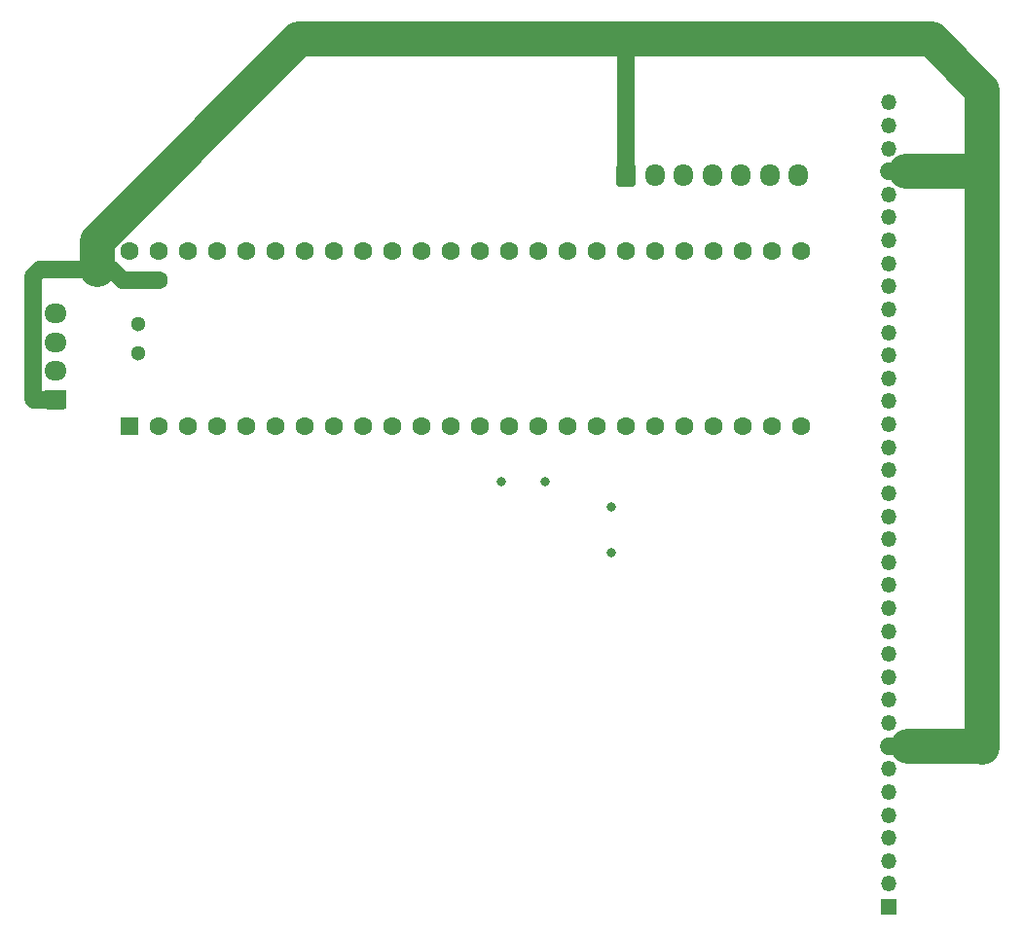
<source format=gbr>
%TF.GenerationSoftware,KiCad,Pcbnew,(5.1.9)-1*%
%TF.CreationDate,2021-05-20T21:26:35+10:00*%
%TF.ProjectId,RedPyKeeb_MCU,52656450-794b-4656-9562-5f4d43552e6b,rev?*%
%TF.SameCoordinates,Original*%
%TF.FileFunction,Copper,L2,Inr*%
%TF.FilePolarity,Positive*%
%FSLAX46Y46*%
G04 Gerber Fmt 4.6, Leading zero omitted, Abs format (unit mm)*
G04 Created by KiCad (PCBNEW (5.1.9)-1) date 2021-05-20 21:26:35*
%MOMM*%
%LPD*%
G01*
G04 APERTURE LIST*
%TA.AperFunction,ComponentPad*%
%ADD10O,1.700000X1.950000*%
%TD*%
%TA.AperFunction,ComponentPad*%
%ADD11O,1.950000X1.700000*%
%TD*%
%TA.AperFunction,ComponentPad*%
%ADD12R,1.350000X1.350000*%
%TD*%
%TA.AperFunction,ComponentPad*%
%ADD13O,1.350000X1.350000*%
%TD*%
%TA.AperFunction,ComponentPad*%
%ADD14C,1.600000*%
%TD*%
%TA.AperFunction,ComponentPad*%
%ADD15R,1.600000X1.600000*%
%TD*%
%TA.AperFunction,ComponentPad*%
%ADD16C,1.300000*%
%TD*%
%TA.AperFunction,ViaPad*%
%ADD17C,0.800000*%
%TD*%
%TA.AperFunction,Conductor*%
%ADD18C,1.524000*%
%TD*%
%TA.AperFunction,Conductor*%
%ADD19C,3.048000*%
%TD*%
G04 APERTURE END LIST*
D10*
%TO.N,Net-(J2-Pad7)*%
%TO.C,J2*%
X92470000Y-30988000D03*
%TO.N,Net-(J2-Pad6)*%
X89970000Y-30988000D03*
%TO.N,Net-(J2-Pad5)*%
X87470000Y-30988000D03*
%TO.N,Net-(J2-Pad4)*%
X84970000Y-30988000D03*
%TO.N,Net-(J2-Pad3)*%
X82470000Y-30988000D03*
%TO.N,GNDPWR*%
X79970000Y-30988000D03*
%TO.N,MAIN_VBUS*%
%TA.AperFunction,ComponentPad*%
G36*
G01*
X76620000Y-31713000D02*
X76620000Y-30263000D01*
G75*
G02*
X76870000Y-30013000I250000J0D01*
G01*
X78070000Y-30013000D01*
G75*
G02*
X78320000Y-30263000I0J-250000D01*
G01*
X78320000Y-31713000D01*
G75*
G02*
X78070000Y-31963000I-250000J0D01*
G01*
X76870000Y-31963000D01*
G75*
G02*
X76620000Y-31713000I0J250000D01*
G01*
G37*
%TD.AperFunction*%
%TD*%
D11*
%TO.N,GNDPWR*%
%TO.C,J0*%
X27838400Y-42995200D03*
%TO.N,USB_DN*%
X27838400Y-45495200D03*
%TO.N,USB_DP*%
X27838400Y-47995200D03*
%TO.N,MAIN_VBUS*%
%TA.AperFunction,ComponentPad*%
G36*
G01*
X28563400Y-51345200D02*
X27113400Y-51345200D01*
G75*
G02*
X26863400Y-51095200I0J250000D01*
G01*
X26863400Y-49895200D01*
G75*
G02*
X27113400Y-49645200I250000J0D01*
G01*
X28563400Y-49645200D01*
G75*
G02*
X28813400Y-49895200I0J-250000D01*
G01*
X28813400Y-51095200D01*
G75*
G02*
X28563400Y-51345200I-250000J0D01*
G01*
G37*
%TD.AperFunction*%
%TD*%
D12*
%TO.N,KEY_ROW0*%
%TO.C,J1*%
X100279200Y-94640400D03*
D13*
%TO.N,KEY_ROW1*%
X100279200Y-92640400D03*
%TO.N,KEY_ROW2*%
X100279200Y-90640400D03*
%TO.N,KEY_ROW3*%
X100279200Y-88640400D03*
%TO.N,KEY_ROW4*%
X100279200Y-86640400D03*
%TO.N,KEY_ROW5*%
X100279200Y-84640400D03*
%TO.N,KEY_ROW6*%
X100279200Y-82640400D03*
%TO.N,MAIN_VBUS*%
X100279200Y-80640400D03*
%TO.N,LED_SCL_ROW0*%
X100279200Y-78640400D03*
%TO.N,LED_SDA_ROW0*%
X100279200Y-76640400D03*
%TO.N,GNDPWR*%
X100279200Y-74640400D03*
%TO.N,KEY_COL0*%
X100279200Y-72640400D03*
%TO.N,KEY_COL1*%
X100279200Y-70640400D03*
%TO.N,KEY_COL2*%
X100279200Y-68640400D03*
%TO.N,KEY_COL3*%
X100279200Y-66640400D03*
%TO.N,KEY_COL4*%
X100279200Y-64640400D03*
%TO.N,KEY_COL5*%
X100279200Y-62640400D03*
%TO.N,KEY_COL6*%
X100279200Y-60640400D03*
%TO.N,KEY_COL7*%
X100279200Y-58640400D03*
%TO.N,KEY_COL8*%
X100279200Y-56640400D03*
%TO.N,KEY_COL9*%
X100279200Y-54640400D03*
%TO.N,KEY_COL10*%
X100279200Y-52640400D03*
%TO.N,KEY_COL11*%
X100279200Y-50640400D03*
%TO.N,KEY_COL12*%
X100279200Y-48640400D03*
%TO.N,KEY_COL13*%
X100279200Y-46640400D03*
%TO.N,KEY_COL14*%
X100279200Y-44640400D03*
%TO.N,KEY_COL15*%
X100279200Y-42640400D03*
%TO.N,KEY_COL16*%
X100279200Y-40640400D03*
%TO.N,KEY_COL17*%
X100279200Y-38640400D03*
%TO.N,KEY_COL18*%
X100279200Y-36640400D03*
%TO.N,KEY_COL19*%
X100279200Y-34640400D03*
%TO.N,KEY_COL20*%
X100279200Y-32640400D03*
%TO.N,MAIN_VBUS*%
X100279200Y-30640400D03*
%TO.N,LED_SCL_STATUS0*%
X100279200Y-28640400D03*
%TO.N,LED_SDA_STATUS0*%
X100279200Y-26640400D03*
%TO.N,GNDPWR*%
X100279200Y-24640400D03*
%TD*%
D14*
%TO.N,MAIN_VBUS*%
%TO.C,U0*%
X36830000Y-40132000D03*
%TO.N,Net-(U0-Pad48)*%
X34290000Y-37592000D03*
%TO.N,GNDPWR*%
X36830000Y-37592000D03*
%TO.N,Net-(U0-Pad46)*%
X39370000Y-37592000D03*
%TO.N,KEY_COL12*%
X41910000Y-37592000D03*
%TO.N,KEY_COL13*%
X44450000Y-37592000D03*
%TO.N,KEY_COL14*%
X46990000Y-37592000D03*
%TO.N,KEY_COL15*%
X49530000Y-37592000D03*
%TO.N,KEY_COL16*%
X52070000Y-37592000D03*
%TO.N,KEY_COL17*%
X54610000Y-37592000D03*
%TO.N,KEY_COL20*%
X57150000Y-37592000D03*
%TO.N,KEY_COL19*%
X59690000Y-37592000D03*
%TO.N,KEY_COL18*%
X62230000Y-37592000D03*
%TO.N,Net-(U0-Pad36)*%
X64770000Y-37592000D03*
%TO.N,LED_SCL_ROW0_MCU*%
X67310000Y-37592000D03*
D15*
%TO.N,Net-(U0-Pad1)*%
X34290000Y-52832000D03*
D14*
%TO.N,KEY_ROW0*%
X36830000Y-52832000D03*
%TO.N,KEY_ROW1*%
X39370000Y-52832000D03*
%TO.N,KEY_ROW2*%
X41910000Y-52832000D03*
%TO.N,KEY_ROW3*%
X44450000Y-52832000D03*
%TO.N,KEY_ROW4*%
X46990000Y-52832000D03*
%TO.N,KEY_ROW5*%
X49530000Y-52832000D03*
%TO.N,KEY_ROW6*%
X52070000Y-52832000D03*
%TO.N,KEY_COL0*%
X54610000Y-52832000D03*
%TO.N,KEY_COL1*%
X57150000Y-52832000D03*
%TO.N,KEY_COL2*%
X59690000Y-52832000D03*
%TO.N,KEY_COL3*%
X62230000Y-52832000D03*
%TO.N,LED_SDA_ROW0_MCU*%
X64770000Y-52832000D03*
%TO.N,Net-(U0-Pad34)*%
X69850000Y-37592000D03*
%TO.N,Net-(U0-Pad33)*%
X72390000Y-37592000D03*
%TO.N,Net-(U0-Pad32)*%
X74930000Y-37592000D03*
%TO.N,Net-(U0-Pad31)*%
X77470000Y-37592000D03*
%TO.N,Net-(U0-Pad30)*%
X80010000Y-37592000D03*
%TO.N,Net-(U0-Pad29)*%
X82550000Y-37592000D03*
%TO.N,Net-(U0-Pad28)*%
X85090000Y-37592000D03*
%TO.N,Net-(U0-Pad27)*%
X87630000Y-37592000D03*
%TO.N,Net-(U0-Pad26)*%
X90170000Y-37592000D03*
%TO.N,Net-(U0-Pad25)*%
X92710000Y-37592000D03*
%TO.N,KEY_COL11*%
X92710000Y-52832000D03*
%TO.N,KEY_COL10*%
X90170000Y-52832000D03*
%TO.N,KEY_COL9*%
X87630000Y-52832000D03*
%TO.N,KEY_COL8*%
X85090000Y-52832000D03*
%TO.N,KEY_COL4*%
X67310000Y-52832000D03*
%TO.N,33_REF*%
X69850000Y-52832000D03*
%TO.N,LED_SCL_STATUS0_MCU*%
X72390000Y-52832000D03*
%TO.N,KEY_COL7*%
X82550000Y-52832000D03*
%TO.N,KEY_COL6*%
X80010000Y-52832000D03*
%TO.N,KEY_COL5*%
X77470000Y-52832000D03*
%TO.N,LED_SDA_STATUS0_MCU*%
X74930000Y-52832000D03*
D16*
%TO.N,USB_DP*%
X35020000Y-46482000D03*
%TO.N,USB_DN*%
X35020000Y-43942000D03*
%TD*%
D17*
%TO.N,GNDPWR*%
X76149200Y-59842400D03*
X66598800Y-57658000D03*
%TO.N,MAIN_VBUS*%
X76149200Y-63775500D03*
%TO.N,LED_SDA_ROW0_MCU*%
X70408800Y-57672200D03*
%TD*%
D18*
%TO.N,MAIN_VBUS*%
X27838400Y-50495200D02*
X25958800Y-50495200D01*
X100279200Y-80640400D02*
X102027200Y-80640400D01*
X100279200Y-30640400D02*
X101846000Y-30640400D01*
D19*
X108212000Y-30640400D02*
X108458000Y-30886400D01*
X101846000Y-30640400D02*
X108212000Y-30640400D01*
X108458000Y-30886400D02*
X108458000Y-80772000D01*
X102027200Y-80640400D02*
X108326400Y-80640400D01*
D18*
X25901390Y-39732210D02*
X26466800Y-39166800D01*
X25901390Y-50437790D02*
X25901390Y-39732210D01*
X25958800Y-50495200D02*
X25901390Y-50437790D01*
X33680400Y-40132000D02*
X36830000Y-40132000D01*
X32715200Y-39166800D02*
X33680400Y-40132000D01*
X26466800Y-39166800D02*
X31445200Y-39166800D01*
X31445200Y-39166800D02*
X32715200Y-39166800D01*
D19*
X31445200Y-36701278D02*
X31445200Y-39166800D01*
X48994878Y-19151600D02*
X31445200Y-36701278D01*
X108458000Y-23571200D02*
X104038400Y-19151600D01*
X108458000Y-30886400D02*
X108458000Y-23571200D01*
D18*
X77470000Y-19558000D02*
X77063600Y-19151600D01*
X77470000Y-30988000D02*
X77470000Y-19558000D01*
D19*
X77063600Y-19151600D02*
X48994878Y-19151600D01*
X104038400Y-19151600D02*
X77063600Y-19151600D01*
%TD*%
M02*

</source>
